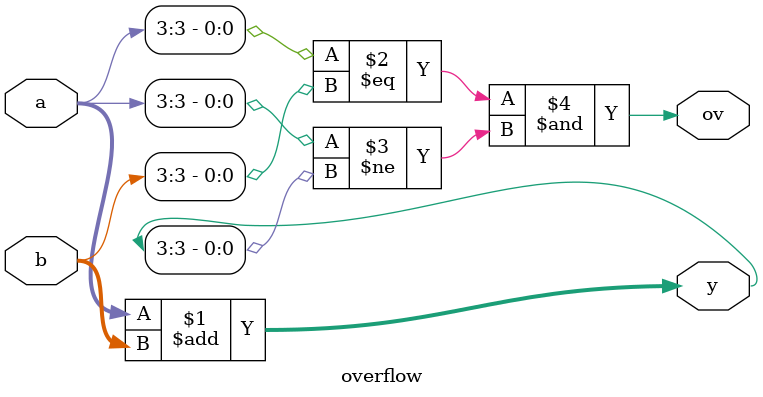
<source format=v>
module overflow (
   input  [3:0] a,
   input  [3:0] b,
   output [3:0] y,
   output       ov
   );
   
   assign y    = a + b;
   assign ov   = (a[3] == b[3]) & (a[3] != y[3]);
   
endmodule
   
</source>
